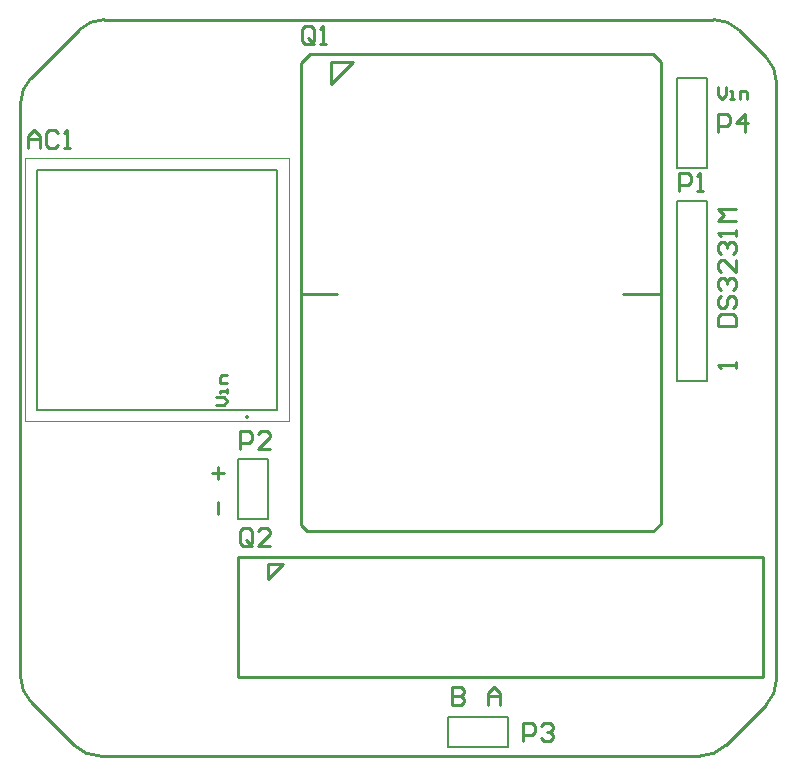
<source format=gto>
G04 Layer_Color=65535*
%FSLAX25Y25*%
%MOIN*%
G70*
G01*
G75*
%ADD11C,0.01000*%
%ADD12C,0.00787*%
%ADD13C,0.00394*%
%ADD21C,0.00984*%
D11*
X84606Y66000D02*
X89606D01*
X84606Y61000D02*
X89606Y66000D01*
X84606Y61000D02*
Y66000D01*
X74606Y68500D02*
X249606D01*
Y28500D02*
Y68500D01*
X74606Y28500D02*
X249606D01*
X74606D02*
Y68500D01*
X203000Y156000D02*
X215500D01*
X95500D02*
X107500D01*
X95500Y79000D02*
Y233000D01*
X98500Y236000D01*
X213000D01*
X215500Y233500D01*
Y79500D02*
Y233500D01*
X213000Y77000D02*
X215500Y79500D01*
X97500Y77000D02*
X213000D01*
X95500Y79000D02*
X97500Y77000D01*
X105500Y233500D02*
X113000D01*
X105500Y226000D02*
X113000Y233500D01*
X105500Y226000D02*
Y233500D01*
X4400Y204600D02*
Y208599D01*
X6399Y210598D01*
X8399Y208599D01*
Y204600D01*
Y207599D01*
X4400D01*
X14397Y209598D02*
X13397Y210598D01*
X11398D01*
X10398Y209598D01*
Y205600D01*
X11398Y204600D01*
X13397D01*
X14397Y205600D01*
X16396Y204600D02*
X18395D01*
X17396D01*
Y210598D01*
X16396Y209598D01*
X221600Y190400D02*
Y196398D01*
X224599D01*
X225599Y195398D01*
Y193399D01*
X224599Y192399D01*
X221600D01*
X227598Y190400D02*
X229597D01*
X228598D01*
Y196398D01*
X227598Y195398D01*
X75150Y104350D02*
Y110348D01*
X78149D01*
X79149Y109348D01*
Y107349D01*
X78149Y106349D01*
X75150D01*
X85147Y104350D02*
X81148D01*
X85147Y108349D01*
Y109348D01*
X84147Y110348D01*
X82148D01*
X81148Y109348D01*
X169500Y7000D02*
Y12998D01*
X172499D01*
X173499Y11998D01*
Y9999D01*
X172499Y8999D01*
X169500D01*
X175498Y11998D02*
X176498Y12998D01*
X178497D01*
X179497Y11998D01*
Y10999D01*
X178497Y9999D01*
X177497D01*
X178497D01*
X179497Y8999D01*
Y8000D01*
X178497Y7000D01*
X176498D01*
X175498Y8000D01*
X99949Y240450D02*
Y244448D01*
X98949Y245448D01*
X96950D01*
X95950Y244448D01*
Y240450D01*
X96950Y239450D01*
X98949D01*
X97949Y241449D02*
X99949Y239450D01*
X98949D02*
X99949Y240450D01*
X101948Y239450D02*
X103947D01*
X102948D01*
Y245448D01*
X101948Y244448D01*
X79105Y73000D02*
Y76998D01*
X78105Y77998D01*
X76106D01*
X75106Y76998D01*
Y73000D01*
X76106Y72000D01*
X78105D01*
X77106Y73999D02*
X79105Y72000D01*
X78105D02*
X79105Y73000D01*
X85103Y72000D02*
X81104D01*
X85103Y75999D01*
Y76998D01*
X84103Y77998D01*
X82104D01*
X81104Y76998D01*
X234500Y210000D02*
Y215998D01*
X237499D01*
X238499Y214998D01*
Y212999D01*
X237499Y211999D01*
X234500D01*
X243497Y210000D02*
Y215998D01*
X240498Y212999D01*
X244497D01*
X146000Y24998D02*
Y19000D01*
X148999D01*
X149999Y20000D01*
Y20999D01*
X148999Y21999D01*
X146000D01*
X148999D01*
X149999Y22999D01*
Y23998D01*
X148999Y24998D01*
X146000D01*
X157996Y19000D02*
Y22999D01*
X159995Y24998D01*
X161995Y22999D01*
Y19000D01*
Y21999D01*
X157996D01*
X67999Y98500D02*
Y94501D01*
X69998Y96501D02*
X66000D01*
X67999Y86504D02*
Y82505D01*
X234500Y145500D02*
X240498D01*
Y148499D01*
X239498Y149499D01*
X235500D01*
X234500Y148499D01*
Y145500D01*
X235500Y155497D02*
X234500Y154497D01*
Y152498D01*
X235500Y151498D01*
X236499D01*
X237499Y152498D01*
Y154497D01*
X238499Y155497D01*
X239498D01*
X240498Y154497D01*
Y152498D01*
X239498Y151498D01*
X235500Y157496D02*
X234500Y158496D01*
Y160495D01*
X235500Y161495D01*
X236499D01*
X237499Y160495D01*
Y159495D01*
Y160495D01*
X238499Y161495D01*
X239498D01*
X240498Y160495D01*
Y158496D01*
X239498Y157496D01*
X240498Y167493D02*
Y163494D01*
X236499Y167493D01*
X235500D01*
X234500Y166493D01*
Y164494D01*
X235500Y163494D01*
Y169492D02*
X234500Y170492D01*
Y172491D01*
X235500Y173491D01*
X236499D01*
X237499Y172491D01*
Y171492D01*
Y172491D01*
X238499Y173491D01*
X239498D01*
X240498Y172491D01*
Y170492D01*
X239498Y169492D01*
X240498Y175490D02*
Y177490D01*
Y176490D01*
X234500D01*
X235500Y175490D01*
X240498Y180489D02*
X234500D01*
X236499Y182488D01*
X234500Y184487D01*
X240498D01*
Y131500D02*
Y133499D01*
Y132500D01*
X234500D01*
X235500Y131500D01*
X234500Y224936D02*
Y222312D01*
X235812Y221000D01*
X237124Y222312D01*
Y224936D01*
X238436Y221000D02*
X239748D01*
X239092D01*
Y223624D01*
X238436D01*
X241716Y221000D02*
Y223624D01*
X243683D01*
X244339Y222968D01*
Y221000D01*
X250465Y18965D02*
G03*
X254000Y27500I-8535J8535D01*
G01*
X228500Y2000D02*
G03*
X237035Y5536I0J12071D01*
G01*
X19964D02*
G03*
X28500Y2000I8535J8535D01*
G01*
X2000Y28500D02*
G03*
X5536Y19964I12071J0D01*
G01*
Y228035D02*
G03*
X2000Y219500I8535J-8535D01*
G01*
X30000Y247500D02*
G03*
X21464Y243965I0J-12071D01*
G01*
X241535D02*
G03*
X233000Y247500I-8535J-8535D01*
G01*
X254000Y226500D02*
G03*
X250465Y235035I-12071J0D01*
G01*
X254000Y27500D02*
Y121500D01*
X237035Y5536D02*
X250465Y18965D01*
X28500Y2000D02*
X228500D01*
X5536Y19964D02*
X19964Y5536D01*
X2000Y28500D02*
Y219500D01*
X5536Y228035D02*
X21464Y243965D01*
X30000Y247500D02*
X233000D01*
X241535Y243965D02*
X250465Y235035D01*
X254000Y120500D02*
Y226500D01*
D12*
X77106Y115020D02*
G03*
X77894Y115020I394J0D01*
G01*
D02*
G03*
X77106Y115020I-394J0D01*
G01*
X74500Y81000D02*
Y101000D01*
Y81000D02*
X84500D01*
Y101000D01*
X74500D02*
X84500D01*
X231000Y127000D02*
Y187000D01*
X221000Y127000D02*
Y187000D01*
Y127000D02*
X231000D01*
X221000Y187000D02*
X231000D01*
X144500Y15000D02*
X164500D01*
X144500Y5000D02*
Y15000D01*
Y5000D02*
X164500D01*
Y15000D01*
X221000Y228000D02*
X231000D01*
Y198000D02*
Y228000D01*
X221000Y198000D02*
X231000D01*
X221000D02*
Y228000D01*
X7500Y117500D02*
Y197500D01*
X87500D01*
Y117500D02*
Y197500D01*
X7500Y117500D02*
X87500D01*
D13*
X7500D02*
Y197500D01*
X87500D01*
Y117500D02*
Y197500D01*
X7500Y117500D02*
X87500D01*
X3563Y113563D02*
Y201437D01*
X91437D01*
Y113563D02*
Y201437D01*
X3563Y113563D02*
X91437D01*
D21*
X67064Y119000D02*
X69688D01*
X71000Y120312D01*
X69688Y121624D01*
X67064D01*
X71000Y122936D02*
Y124248D01*
Y123592D01*
X68376D01*
Y122936D01*
X71000Y126216D02*
X68376D01*
Y128183D01*
X69032Y128839D01*
X71000D01*
M02*

</source>
